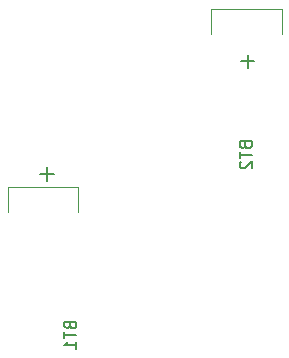
<source format=gbr>
%TF.GenerationSoftware,KiCad,Pcbnew,9.0.7*%
%TF.CreationDate,2026-01-25T22:41:23+01:00*%
%TF.ProjectId,DiceDIP_LowerPart,44696365-4449-4505-9f4c-6f7765725061,rev?*%
%TF.SameCoordinates,Original*%
%TF.FileFunction,Legend,Bot*%
%TF.FilePolarity,Positive*%
%FSLAX46Y46*%
G04 Gerber Fmt 4.6, Leading zero omitted, Abs format (unit mm)*
G04 Created by KiCad (PCBNEW 9.0.7) date 2026-01-25 22:41:23*
%MOMM*%
%LPD*%
G01*
G04 APERTURE LIST*
%ADD10C,0.150000*%
%ADD11C,0.120000*%
G04 APERTURE END LIST*
D10*
X128531009Y-86964766D02*
X128578628Y-87107623D01*
X128578628Y-87107623D02*
X128626247Y-87155242D01*
X128626247Y-87155242D02*
X128721485Y-87202861D01*
X128721485Y-87202861D02*
X128864342Y-87202861D01*
X128864342Y-87202861D02*
X128959580Y-87155242D01*
X128959580Y-87155242D02*
X129007200Y-87107623D01*
X129007200Y-87107623D02*
X129054819Y-87012385D01*
X129054819Y-87012385D02*
X129054819Y-86631433D01*
X129054819Y-86631433D02*
X128054819Y-86631433D01*
X128054819Y-86631433D02*
X128054819Y-86964766D01*
X128054819Y-86964766D02*
X128102438Y-87060004D01*
X128102438Y-87060004D02*
X128150057Y-87107623D01*
X128150057Y-87107623D02*
X128245295Y-87155242D01*
X128245295Y-87155242D02*
X128340533Y-87155242D01*
X128340533Y-87155242D02*
X128435771Y-87107623D01*
X128435771Y-87107623D02*
X128483390Y-87060004D01*
X128483390Y-87060004D02*
X128531009Y-86964766D01*
X128531009Y-86964766D02*
X128531009Y-86631433D01*
X128054819Y-87488576D02*
X128054819Y-88060004D01*
X129054819Y-87774290D02*
X128054819Y-87774290D01*
X128150057Y-88345719D02*
X128102438Y-88393338D01*
X128102438Y-88393338D02*
X128054819Y-88488576D01*
X128054819Y-88488576D02*
X128054819Y-88726671D01*
X128054819Y-88726671D02*
X128102438Y-88821909D01*
X128102438Y-88821909D02*
X128150057Y-88869528D01*
X128150057Y-88869528D02*
X128245295Y-88917147D01*
X128245295Y-88917147D02*
X128340533Y-88917147D01*
X128340533Y-88917147D02*
X128483390Y-88869528D01*
X128483390Y-88869528D02*
X129054819Y-88298100D01*
X129054819Y-88298100D02*
X129054819Y-88917147D01*
X128714701Y-79278569D02*
X128714701Y-80421427D01*
X129286129Y-79849998D02*
X128143272Y-79849998D01*
X113681009Y-102214285D02*
X113728628Y-102357142D01*
X113728628Y-102357142D02*
X113776247Y-102404761D01*
X113776247Y-102404761D02*
X113871485Y-102452380D01*
X113871485Y-102452380D02*
X114014342Y-102452380D01*
X114014342Y-102452380D02*
X114109580Y-102404761D01*
X114109580Y-102404761D02*
X114157200Y-102357142D01*
X114157200Y-102357142D02*
X114204819Y-102261904D01*
X114204819Y-102261904D02*
X114204819Y-101880952D01*
X114204819Y-101880952D02*
X113204819Y-101880952D01*
X113204819Y-101880952D02*
X113204819Y-102214285D01*
X113204819Y-102214285D02*
X113252438Y-102309523D01*
X113252438Y-102309523D02*
X113300057Y-102357142D01*
X113300057Y-102357142D02*
X113395295Y-102404761D01*
X113395295Y-102404761D02*
X113490533Y-102404761D01*
X113490533Y-102404761D02*
X113585771Y-102357142D01*
X113585771Y-102357142D02*
X113633390Y-102309523D01*
X113633390Y-102309523D02*
X113681009Y-102214285D01*
X113681009Y-102214285D02*
X113681009Y-101880952D01*
X113204819Y-102738095D02*
X113204819Y-103309523D01*
X114204819Y-103023809D02*
X113204819Y-103023809D01*
X114204819Y-104166666D02*
X114204819Y-103595238D01*
X114204819Y-103880952D02*
X113204819Y-103880952D01*
X113204819Y-103880952D02*
X113347676Y-103785714D01*
X113347676Y-103785714D02*
X113442914Y-103690476D01*
X113442914Y-103690476D02*
X113490533Y-103595238D01*
X111714700Y-88828571D02*
X111714700Y-89971429D01*
X112286128Y-89400000D02*
X111143271Y-89400000D01*
D11*
%TO.C,BT2*%
X125600000Y-75400000D02*
X125600000Y-77541139D01*
X131600000Y-75400001D02*
X125600000Y-75400000D01*
X131600000Y-75400001D02*
X131599999Y-77541139D01*
%TO.C,BT1*%
X108400000Y-90500000D02*
X108400000Y-92641139D01*
X114400000Y-90500000D02*
X108400000Y-90500000D01*
X114400000Y-90500000D02*
X114400000Y-92641139D01*
%TD*%
M02*

</source>
